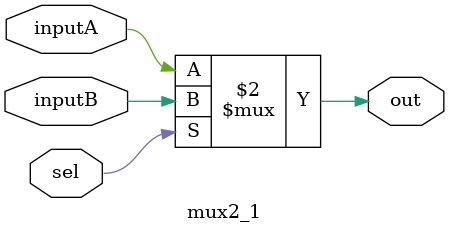
<source format=v>
/*
    CS/ECE 552 Spring '23
    Homework #1, Problem 1

    2-1 mux template
*/
`default_nettype none
module mux2_1(out, inputA, inputB, sel);
    	output wire  out;
    	input wire  inputA, inputB;
    	input wire  sel;

    	// YOUR CODE HERE
	assign out = (sel == 0) ? inputA:inputB;
    
endmodule
`default_nettype wire

</source>
